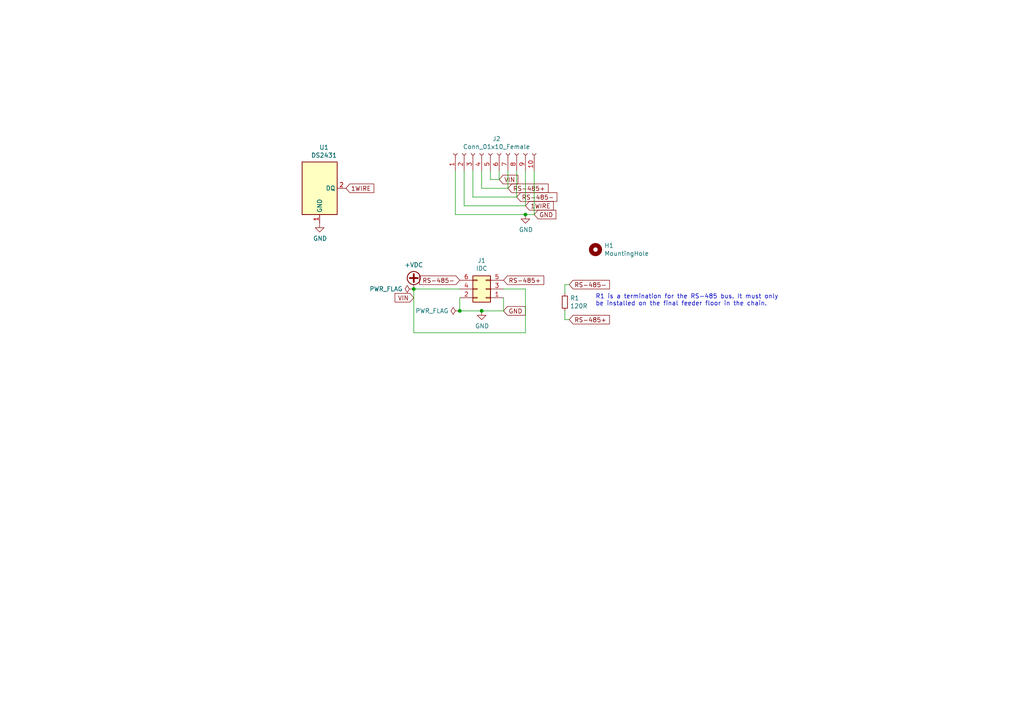
<source format=kicad_sch>
(kicad_sch (version 20230121) (generator eeschema)
  (paper "A4")
  (lib_symbols
    (symbol "Connector:Conn_01x10_Female" (pin_names (offset 1.016) hide)
      (property "Reference" "J" (at 0 12.7 0))
      (property "Value" "Conn_01x10_Female" (at 0 -15.24 0))
      (symbol "Conn_01x10_Female_1_1"
        (arc (start 0 -12.192) (mid -0.5058 -12.7) (end 0 -13.208) (stroke (width 0.1524)))
        (arc (start 0 -9.652) (mid -0.5058 -10.16) (end 0 -10.668) (stroke (width 0.1524)))
        (arc (start 0 -7.112) (mid -0.5058 -7.62) (end 0 -8.128) (stroke (width 0.1524)))
        (arc (start 0 -4.572) (mid -0.5058 -5.08) (end 0 -5.588) (stroke (width 0.1524)))
        (arc (start 0 -2.032) (mid -0.5058 -2.54) (end 0 -3.048) (stroke (width 0.1524)))
        (polyline (pts (xy -1.27 -12.7) (xy -0.508 -12.7)) (stroke (width 0.1524)))
        (polyline (pts (xy -1.27 -10.16) (xy -0.508 -10.16)) (stroke (width 0.1524)))
        (polyline (pts (xy -1.27 -7.62) (xy -0.508 -7.62)) (stroke (width 0.1524)))
        (polyline (pts (xy -1.27 -5.08) (xy -0.508 -5.08)) (stroke (width 0.1524)))
        (polyline (pts (xy -1.27 -2.54) (xy -0.508 -2.54)) (stroke (width 0.1524)))
        (polyline (pts (xy -1.27 0) (xy -0.508 0)) (stroke (width 0.1524)))
        (polyline (pts (xy -1.27 2.54) (xy -0.508 2.54)) (stroke (width 0.1524)))
        (polyline (pts (xy -1.27 5.08) (xy -0.508 5.08)) (stroke (width 0.1524)))
        (polyline (pts (xy -1.27 7.62) (xy -0.508 7.62)) (stroke (width 0.1524)))
        (polyline (pts (xy -1.27 10.16) (xy -0.508 10.16)) (stroke (width 0.1524)))
        (arc (start 0 0.508) (mid -0.5058 0) (end 0 -0.508) (stroke (width 0.1524)))
        (arc (start 0 3.048) (mid -0.5058 2.54) (end 0 2.032) (stroke (width 0.1524)))
        (arc (start 0 5.588) (mid -0.5058 5.08) (end 0 4.572) (stroke (width 0.1524)))
        (arc (start 0 8.128) (mid -0.5058 7.62) (end 0 7.112) (stroke (width 0.1524)))
        (arc (start 0 10.668) (mid -0.5058 10.16) (end 0 9.652) (stroke (width 0.1524)))
        (pin passive line (at -5.08 10.16 0) (length 3.81) (name "Pin_1") (number "1"))
        (pin passive line (at -5.08 -12.7 0) (length 3.81) (name "Pin_10") (number "10"))
        (pin passive line (at -5.08 7.62 0) (length 3.81) (name "Pin_2") (number "2"))
        (pin passive line (at -5.08 5.08 0) (length 3.81) (name "Pin_3") (number "3"))
        (pin passive line (at -5.08 2.54 0) (length 3.81) (name "Pin_4") (number "4"))
        (pin passive line (at -5.08 0 0) (length 3.81) (name "Pin_5") (number "5"))
        (pin passive line (at -5.08 -2.54 0) (length 3.81) (name "Pin_6") (number "6"))
        (pin passive line (at -5.08 -5.08 0) (length 3.81) (name "Pin_7") (number "7"))
        (pin passive line (at -5.08 -7.62 0) (length 3.81) (name "Pin_8") (number "8"))
        (pin passive line (at -5.08 -10.16 0) (length 3.81) (name "Pin_9") (number "9"))
      )
    )
    (symbol "Connector_Generic:Conn_02x03_Odd_Even" (pin_names (offset 1.016) hide)
      (property "Reference" "J" (at 1.27 5.08 0))
      (property "Value" "Conn_02x03_Odd_Even" (at 1.27 -5.08 0))
      (symbol "Conn_02x03_Odd_Even_1_1"
        (rectangle (start -1.27 -2.413) (end 0 -2.667) (stroke (width 0.1524)))
        (rectangle (start -1.27 0.127) (end 0 -0.127) (stroke (width 0.1524)))
        (rectangle (start -1.27 2.667) (end 0 2.413) (stroke (width 0.1524)))
        (rectangle (start -1.27 3.81) (end 3.81 -3.81) (stroke (width 0.254)) (fill (type background)))
        (rectangle (start 3.81 -2.413) (end 2.54 -2.667) (stroke (width 0.1524)))
        (rectangle (start 3.81 0.127) (end 2.54 -0.127) (stroke (width 0.1524)))
        (rectangle (start 3.81 2.667) (end 2.54 2.413) (stroke (width 0.1524)))
        (pin passive line (at -5.08 2.54 0) (length 3.81) (name "Pin_1") (number "1"))
        (pin passive line (at 7.62 2.54 180) (length 3.81) (name "Pin_2") (number "2"))
        (pin passive line (at -5.08 0 0) (length 3.81) (name "Pin_3") (number "3"))
        (pin passive line (at 7.62 0 180) (length 3.81) (name "Pin_4") (number "4"))
        (pin passive line (at -5.08 -2.54 0) (length 3.81) (name "Pin_5") (number "5"))
        (pin passive line (at 7.62 -2.54 180) (length 3.81) (name "Pin_6") (number "6"))
      )
    )
    (symbol "Device:R_Small" (pin_numbers hide) (pin_names (offset 0.254) hide)
      (property "Reference" "R" (at 0.762 0.508 0))
      (property "Value" "R_Small" (at 0.762 -1.016 0))
      (symbol "R_Small_0_1"
        (rectangle (start -0.762 1.778) (end 0.762 -1.778) (stroke (width 0.2032)))
      )
      (symbol "R_Small_1_1"
        (pin passive line (at 0 2.54 270) (length 0.762) (name "~") (number "1"))
        (pin passive line (at 0 -2.54 90) (length 0.762) (name "~") (number "2"))
      )
    )
    (symbol "Mechanical:MountingHole" (pin_names (offset 1.016))
      (property "Reference" "H" (at 0 5.08 0))
      (property "Value" "MountingHole" (at 0 3.175 0))
      (symbol "MountingHole_0_1"
        (circle (center 0 0) (radius 1.27) (stroke (width 1.27)))
      )
    )
    (symbol "index:DS2431"
      (property "Reference" "U" (at -3.81 8.89 0))
      (property "Value" "DS2431" (at 5.08 8.89 0))
      (symbol "DS2431_0_1"
        (rectangle (start 5.08 -7.62) (end -5.08 7.62) (stroke (width 0.254)) (fill (type background)))
      )
      (symbol "DS2431_1_1"
        (pin power_in line (at 0 -10.16 90) (length 2.54) (name "GND") (number "1"))
        (pin bidirectional line (at 7.62 0 180) (length 2.54) (name "DQ") (number "2"))
        (pin no_connect line (at -5.08 5.08 0) (length 2.54) hide (name "NC") (number "3"))
        (pin no_connect line (at -5.08 2.54 0) (length 2.54) hide (name "NC") (number "4"))
        (pin no_connect line (at -5.08 -2.54 0) (length 2.54) hide (name "NC") (number "5"))
        (pin no_connect line (at -5.08 -5.08 0) (length 2.54) hide (name "NC") (number "6"))
      )
    )
    (symbol "power:+VDC" (power) (pin_names (offset 0))
      (property "Value" "+VDC" (at 0 6.35 0))
      (symbol "+VDC_0_1"
        (polyline (pts (xy -1.143 3.175) (xy 1.143 3.175)) (stroke (width 0.508)))
        (polyline (pts (xy 0 0) (xy 0 1.27)))
        (polyline (pts (xy 0 2.032) (xy 0 4.318)) (stroke (width 0.508)))
        (circle (center 0 3.175) (radius 1.905) (stroke (width 0.254)))
      )
      (symbol "+VDC_1_1"
        (pin power_in line (at 0 0 90) (length 0) hide (name "+VDC") (number "1"))
      )
    )
    (symbol "power:GND" (power) (pin_names (offset 0))
      (property "Value" "GND" (at 0 -3.81 0))
      (symbol "GND_0_1"
        (polyline (pts (xy 0 0) (xy 0 -1.27) (xy 1.27 -1.27) (xy 0 -2.54) (xy -1.27 -1.27) (xy 0 -1.27)))
      )
      (symbol "GND_1_1"
        (pin power_in line (at 0 0 270) (length 0) hide (name "GND") (number "1"))
      )
    )
    (symbol "power:PWR_FLAG" (power) (pin_numbers hide) (pin_names (offset 0) hide)
      (property "Value" "PWR_FLAG" (at 0 3.81 0))
      (symbol "PWR_FLAG_0_0"
        (pin power_out line (at 0 0 90) (length 0) (name "pwr") (number "1"))
      )
      (symbol "PWR_FLAG_0_1"
        (polyline (pts (xy 0 0) (xy 0 1.27) (xy -1.016 1.905) (xy 0 2.54) (xy 1.016 1.905) (xy 0 1.27)))
      )
    )
  )
  (junction (at 133.35 90.17))
  (junction (at 139.7 90.17))
  (junction (at 152.4 62.23))
  (junction (at 120.015 83.82))
  (wire (pts (xy 152.4 83.82) (xy 146.05 83.82)))
  (wire (pts (xy 144.78 52.07) (xy 144.78 49.53)))
  (wire (pts (xy 139.7 49.53) (xy 139.7 54.61)))
  (wire (pts (xy 142.24 49.53) (xy 142.24 52.07)))
  (wire (pts (xy 147.32 54.61) (xy 147.32 49.53)))
  (wire (pts (xy 120.015 83.82) (xy 120.015 96.52)))
  (wire (pts (xy 132.08 49.53) (xy 132.08 62.23)))
  (wire (pts (xy 132.08 62.23) (xy 152.4 62.23)))
  (wire (pts (xy 133.35 90.17) (xy 139.7 90.17)))
  (wire (pts (xy 163.83 92.71) (xy 165.1 92.71)))
  (wire (pts (xy 152.4 96.52) (xy 152.4 83.82)))
  (wire (pts (xy 120.015 96.52) (xy 152.4 96.52)))
  (wire (pts (xy 163.83 90.17) (xy 163.83 92.71)))
  (wire (pts (xy 142.24 52.07) (xy 144.78 52.07)))
  (wire (pts (xy 139.7 54.61) (xy 147.32 54.61)))
  (wire (pts (xy 152.4 62.23) (xy 154.94 62.23)))
  (wire (pts (xy 134.62 59.69) (xy 152.4 59.69)))
  (wire (pts (xy 152.4 59.69) (xy 152.4 49.53)))
  (wire (pts (xy 146.05 90.17) (xy 139.7 90.17)))
  (wire (pts (xy 137.16 49.53) (xy 137.16 57.15)))
  (wire (pts (xy 154.94 62.23) (xy 154.94 49.53)))
  (wire (pts (xy 149.86 57.15) (xy 149.86 49.53)))
  (wire (pts (xy 146.05 86.36) (xy 146.05 90.17)))
  (wire (pts (xy 120.015 83.82) (xy 133.35 83.82)))
  (wire (pts (xy 137.16 57.15) (xy 149.86 57.15)))
  (wire (pts (xy 133.35 86.36) (xy 133.35 90.17)))
  (wire (pts (xy 165.1 82.55) (xy 163.83 82.55)))
  (wire (pts (xy 134.62 49.53) (xy 134.62 59.69)))
  (wire (pts (xy 163.83 82.55) (xy 163.83 85.09)))
  (text "R1 is a termination for the RS-485 bus. It must only \nbe installed on the final feeder floor in the chain." (at 172.72 88.9 0) (effects (font (size 1.27 1.27)) (justify left bottom)))
  (global_label "RS-485-" (shape input) (at 165.1 82.55 0) (property "Intersheetrefs" "${INTERSHEET_REFS}" (effects hide)))
  (global_label "RS-485-" (shape input) (at 133.35 81.28 180) (property "Intersheetrefs" "${INTERSHEET_REFS}" (effects hide)))
  (global_label "GND" (shape input) (at 154.94 62.23 0) (property "Intersheetrefs" "${INTERSHEET_REFS}" (effects hide)))
  (global_label "VIN" (shape input) (at 144.78 52.07 0) (property "Intersheetrefs" "${INTERSHEET_REFS}" (effects hide)))
  (global_label "RS-485-" (shape input) (at 149.86 57.15 0) (property "Intersheetrefs" "${INTERSHEET_REFS}" (effects hide)))
  (global_label "VIN" (shape input) (at 120.015 86.36 180) (property "Intersheetrefs" "${INTERSHEET_REFS}" (effects hide)))
  (global_label "RS-485+" (shape input) (at 146.05 81.28 0) (property "Intersheetrefs" "${INTERSHEET_REFS}" (effects hide)))
  (global_label "GND" (shape input) (at 146.05 90.17 0) (property "Intersheetrefs" "${INTERSHEET_REFS}" (effects hide)))
  (global_label "RS-485+" (shape input) (at 147.32 54.61 0) (property "Intersheetrefs" "${INTERSHEET_REFS}" (effects hide)))
  (global_label "RS-485+" (shape input) (at 165.1 92.71 0) (property "Intersheetrefs" "${INTERSHEET_REFS}" (effects hide)))
  (global_label "1WIRE" (shape input) (at 152.4 59.69 0) (property "Intersheetrefs" "${INTERSHEET_REFS}" (effects hide)))
  (global_label "1WIRE" (shape input) (at 100.33 54.61 0) (property "Intersheetrefs" "${INTERSHEET_REFS}" (effects hide)))
  (symbol (lib_id "Connector:Conn_01x10_Female") (at 142.24 44.45 90) (unit 1)
    (property "Reference" "J2" (at 144.018 40.259 90))
    (property "Value" "Conn_01x10_Female" (at 144.018 42.5704 90))
    (property "Footprint" "index:70AA-5" (effects hide))
    (property "Digikey" "70AAJ-5-M0GCT-ND" (effects hide))
    (property "Mouser" "652-70AAJ-5-M0G" (effects hide))
  )
  (symbol (lib_id "index:DS2431") (at 92.71 54.61 0) (unit 1)
    (property "Reference" "U1" (at 93.98 42.7482 0))
    (property "Value" "DS2431" (at 93.98 45.0596 0))
    (property "Footprint" "Package_SO_J-Lead:TSOC-6_3.76x3.94mm_P1.27mm" (effects hide))
    (property "Datasheet" "http://pdfserv.maximintegrated.com/en/ds/DS2401.pdf" (effects hide))
    (property "Mouser" "700-DS2431PT&R" (effects hide))
    (property "LCSC" "C9387" (effects hide))
    (property "Digikey" "DS2431P+T&RCT-ND" (effects hide))
  )
  (symbol (lib_id "power:GND") (at 92.71 64.77 0) (unit 1)
    (property "Reference" "#PWR0101" (effects hide))
    (property "Value" "GND" (at 92.837 69.1642 0))
  )
  (symbol (lib_id "power:GND") (at 152.4 62.23 0) (unit 1)
    (property "Reference" "#PWR0102" (effects hide))
    (property "Value" "GND" (at 152.527 66.6242 0))
  )
  (symbol (lib_id "power:GND") (at 139.7 90.17 0) (unit 1)
    (property "Reference" "#PWR0103" (effects hide))
    (property "Value" "GND" (at 139.827 94.5642 0))
  )
  (symbol (lib_id "power:+VDC") (at 120.015 83.82 0) (unit 1)
    (property "Reference" "#PWR0104" (effects hide))
    (property "Value" "+VDC" (at 120.015 76.835 0))
  )
  (symbol (lib_id "Connector_Generic:Conn_02x03_Odd_Even") (at 140.97 83.82 180) (unit 1)
    (property "Reference" "J1" (at 139.7 75.565 0))
    (property "Value" "IDC" (at 139.7 77.8764 0))
    (property "Footprint" "Connector_IDC:IDC-Header_2x03_P2.54mm_Vertical" (effects hide))
    (property "Digikey" "732-5394-ND" (effects hide))
    (property "Mouser" "710-61200621621" (effects hide))
    (property "LCSC" "C601936" (effects hide))
    (property "JLCPCB" "C601936" (effects hide))
  )
  (symbol (lib_id "Mechanical:MountingHole") (at 172.72 72.39 0) (unit 1)
    (property "Reference" "H1" (at 175.26 71.2216 0) (effects (justify left)))
    (property "Value" "MountingHole" (at 175.26 73.533 0) (effects (justify left)))
    (property "Footprint" "MountingHole:MountingHole_5.3mm_M5_Pad_TopOnly" (effects hide))
  )
  (symbol (lib_id "Device:R_Small") (at 163.83 87.63 0) (unit 1)
    (property "Reference" "R1" (at 165.3286 86.4616 0) (effects (justify left)))
    (property "Value" "120R" (at 165.3286 88.773 0) (effects (justify left)))
    (property "Footprint" "Resistor_SMD:R_0805_2012Metric" (effects hide))
    (property "JLCPCB" "C17437" (effects hide))
    (property "LCSC" "C61683" (effects hide))
    (property "Digikey" "RMCF0805JT120RCT-ND" (effects hide))
    (property "Mouser" "652-CR0805FX-1200ELF" (effects hide))
  )
  (symbol (lib_id "power:PWR_FLAG") (at 120.015 83.82 90) (unit 1)
    (property "Reference" "#FLG0101" (effects hide))
    (property "Value" "PWR_FLAG" (at 116.7892 83.82 90) (effects (justify left)))
  )
  (symbol (lib_id "power:PWR_FLAG") (at 133.35 90.17 90) (unit 1)
    (property "Reference" "#FLG0102" (effects hide))
    (property "Value" "PWR_FLAG" (at 130.1242 90.17 90) (effects (justify left)))
  )
)
</source>
